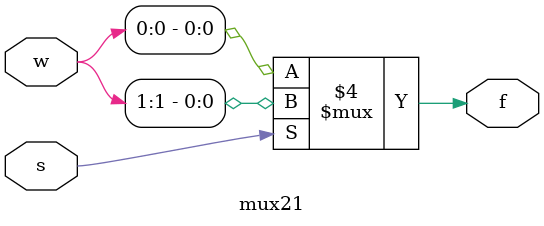
<source format=v>
module	mux21(w,s,f);

input [1:0]w;
input s;

output reg f;

always@(w	or	s)

	begin
	
		if(s==0)
		begin
			f=w[0];
		end
		else
		begin
			f=w[1];
		end
	
	end

endmodule
</source>
